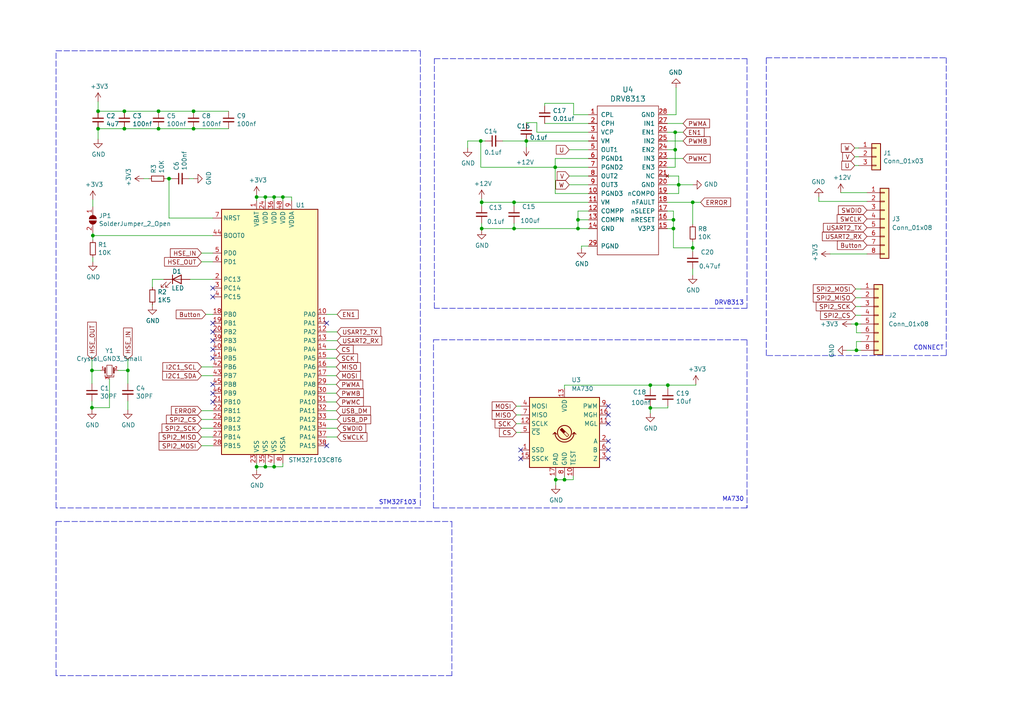
<source format=kicad_sch>
(kicad_sch (version 20211123) (generator eeschema)
  (paper "A4")
  (title_block (title "STM32_FOC") (date "2021-01-19") (rev "V1") (company "Dj140"))
  (lib_symbols
    (symbol "Connector_Generic:Conn_01x03" (pin_names (offset 1.016) hide)
      (property "Reference" "J" (at 0 5.08 0))
      (property "Value" "Conn_01x03" (at 0 -5.08 0))
      (symbol "Conn_01x03_1_1"
        (rectangle (start -1.27 -2.413) (end 0 -2.667) (stroke (width 0.1524)))
        (rectangle (start -1.27 0.127) (end 0 -0.127) (stroke (width 0.1524)))
        (rectangle (start -1.27 2.667) (end 0 2.413) (stroke (width 0.1524)))
        (rectangle (start -1.27 3.81) (end 1.27 -3.81) (stroke (width 0.254)) (fill (type background)))
        (pin passive line (at -5.08 2.54 0) (length 3.81) (name "Pin_1") (number "1"))
        (pin passive line (at -5.08 0 0) (length 3.81) (name "Pin_2") (number "2"))
        (pin passive line (at -5.08 -2.54 0) (length 3.81) (name "Pin_3") (number "3"))
      )
    )
    (symbol "Connector_Generic:Conn_01x08" (pin_names (offset 1.016) hide)
      (property "Reference" "J" (at 0 10.16 0))
      (property "Value" "Conn_01x08" (at 0 -12.7 0))
      (symbol "Conn_01x08_1_1"
        (rectangle (start -1.27 -10.033) (end 0 -10.287) (stroke (width 0.1524)))
        (rectangle (start -1.27 -7.493) (end 0 -7.747) (stroke (width 0.1524)))
        (rectangle (start -1.27 -4.953) (end 0 -5.207) (stroke (width 0.1524)))
        (rectangle (start -1.27 -2.413) (end 0 -2.667) (stroke (width 0.1524)))
        (rectangle (start -1.27 0.127) (end 0 -0.127) (stroke (width 0.1524)))
        (rectangle (start -1.27 2.667) (end 0 2.413) (stroke (width 0.1524)))
        (rectangle (start -1.27 5.207) (end 0 4.953) (stroke (width 0.1524)))
        (rectangle (start -1.27 7.747) (end 0 7.493) (stroke (width 0.1524)))
        (rectangle (start -1.27 8.89) (end 1.27 -11.43) (stroke (width 0.254)) (fill (type background)))
        (pin passive line (at -5.08 7.62 0) (length 3.81) (name "Pin_1") (number "1"))
        (pin passive line (at -5.08 5.08 0) (length 3.81) (name "Pin_2") (number "2"))
        (pin passive line (at -5.08 2.54 0) (length 3.81) (name "Pin_3") (number "3"))
        (pin passive line (at -5.08 0 0) (length 3.81) (name "Pin_4") (number "4"))
        (pin passive line (at -5.08 -2.54 0) (length 3.81) (name "Pin_5") (number "5"))
        (pin passive line (at -5.08 -5.08 0) (length 3.81) (name "Pin_6") (number "6"))
        (pin passive line (at -5.08 -7.62 0) (length 3.81) (name "Pin_7") (number "7"))
        (pin passive line (at -5.08 -10.16 0) (length 3.81) (name "Pin_8") (number "8"))
      )
    )
    (symbol "Device:C_Small" (pin_numbers hide) (pin_names (offset 0.254) hide)
      (property "Reference" "C" (at 0.254 1.778 0))
      (property "Value" "C_Small" (at 0.254 -2.032 0))
      (symbol "C_Small_0_1"
        (polyline (pts (xy -1.524 -0.508) (xy 1.524 -0.508)) (stroke (width 0.3302)))
        (polyline (pts (xy -1.524 0.508) (xy 1.524 0.508)) (stroke (width 0.3048)))
      )
      (symbol "C_Small_1_1"
        (pin passive line (at 0 2.54 270) (length 2.032) (name "~") (number "1"))
        (pin passive line (at 0 -2.54 90) (length 2.032) (name "~") (number "2"))
      )
    )
    (symbol "Device:Crystal_GND3_Small" (pin_names (offset 1.016) hide)
      (property "Reference" "Y" (at 0 5.08 0))
      (property "Value" "Crystal_GND3_Small" (at 0 3.175 0))
      (symbol "Crystal_GND3_Small_0_1"
        (rectangle (start -0.762 -1.524) (end 0.762 1.524))
        (polyline (pts (xy -1.27 -0.762) (xy -1.27 0.762)) (stroke (width 0.381)))
        (polyline (pts (xy 1.27 -0.762) (xy 1.27 0.762)) (stroke (width 0.381)))
        (polyline (pts (xy -1.27 -1.27) (xy -1.27 -1.905) (xy 1.27 -1.905) (xy 1.27 -1.27)))
      )
      (symbol "Crystal_GND3_Small_1_1"
        (pin passive line (at -2.54 0 0) (length 1.27) (name "1") (number "1"))
        (pin passive line (at 2.54 0 180) (length 1.27) (name "2") (number "2"))
        (pin passive line (at 0 -2.54 90) (length 0.635) (name "3") (number "3"))
      )
    )
    (symbol "Device:LED" (pin_numbers hide) (pin_names (offset 1.016) hide)
      (property "Reference" "D" (at 0 2.54 0))
      (property "Value" "LED" (at 0 -2.54 0))
      (symbol "LED_0_1"
        (polyline (pts (xy -1.27 -1.27) (xy -1.27 1.27)) (stroke (width 0.254)))
        (polyline (pts (xy -1.27 0) (xy 1.27 0)))
        (polyline (pts (xy 1.27 -1.27) (xy 1.27 1.27) (xy -1.27 0) (xy 1.27 -1.27)) (stroke (width 0.254)))
        (polyline (pts (xy -3.048 -0.762) (xy -4.572 -2.286) (xy -3.81 -2.286) (xy -4.572 -2.286) (xy -4.572 -1.524)))
        (polyline (pts (xy -1.778 -0.762) (xy -3.302 -2.286) (xy -2.54 -2.286) (xy -3.302 -2.286) (xy -3.302 -1.524)))
      )
      (symbol "LED_1_1"
        (pin passive line (at -3.81 0 0) (length 2.54) (name "K") (number "1"))
        (pin passive line (at 3.81 0 180) (length 2.54) (name "A") (number "2"))
      )
    )
    (symbol "Device:R_Small" (pin_numbers hide) (pin_names (offset 0.254) hide)
      (property "Reference" "R" (at 0.762 0.508 0))
      (property "Value" "R_Small" (at 0.762 -1.016 0))
      (symbol "R_Small_0_1"
        (rectangle (start -0.762 1.778) (end 0.762 -1.778) (stroke (width 0.2032)))
      )
      (symbol "R_Small_1_1"
        (pin passive line (at 0 2.54 270) (length 0.762) (name "~") (number "1"))
        (pin passive line (at 0 -2.54 90) (length 0.762) (name "~") (number "2"))
      )
    )
    (symbol "Jumper:SolderJumper_2_Open" (pin_names (offset 0) hide)
      (property "Reference" "JP" (at 0 2.032 0))
      (property "Value" "SolderJumper_2_Open" (at 0 -2.54 0))
      (symbol "SolderJumper_2_Open_0_1"
        (arc (start -0.254 1.016) (mid -1.27 0) (end -0.254 -1.016))
        (arc (start -0.254 1.016) (mid -1.27 0) (end -0.254 -1.016) (fill (type outline)))
        (polyline (pts (xy -0.254 1.016) (xy -0.254 -1.016)))
        (polyline (pts (xy 0.254 1.016) (xy 0.254 -1.016)))
        (arc (start 0.254 -1.016) (mid 1.27 0) (end 0.254 1.016))
        (arc (start 0.254 -1.016) (mid 1.27 0) (end 0.254 1.016) (fill (type outline)))
      )
      (symbol "SolderJumper_2_Open_1_1"
        (pin passive line (at -3.81 0 0) (length 2.54) (name "A") (number "1"))
        (pin passive line (at 3.81 0 180) (length 2.54) (name "B") (number "2"))
      )
    )
    (symbol "MCU_ST_STM32F1:STM32F103C8Tx"
      (property "Reference" "U" (at -15.24 36.83 0))
      (property "Value" "STM32F103C8Tx" (at 7.62 36.83 0))
      (symbol "STM32F103C8Tx_0_1"
        (rectangle (start -15.24 -35.56) (end 12.7 35.56) (stroke (width 0.254)) (fill (type background)))
      )
      (symbol "STM32F103C8Tx_1_1"
        (pin power_in line (at -5.08 38.1 270) (length 2.54) (name "VBAT") (number "1"))
        (pin bidirectional line (at 15.24 5.08 180) (length 2.54) (name "PA0") (number "10"))
        (pin bidirectional line (at 15.24 2.54 180) (length 2.54) (name "PA1") (number "11"))
        (pin bidirectional line (at 15.24 0 180) (length 2.54) (name "PA2") (number "12"))
        (pin bidirectional line (at 15.24 -2.54 180) (length 2.54) (name "PA3") (number "13"))
        (pin bidirectional line (at 15.24 -5.08 180) (length 2.54) (name "PA4") (number "14"))
        (pin bidirectional line (at 15.24 -7.62 180) (length 2.54) (name "PA5") (number "15"))
        (pin bidirectional line (at 15.24 -10.16 180) (length 2.54) (name "PA6") (number "16"))
        (pin bidirectional line (at 15.24 -12.7 180) (length 2.54) (name "PA7") (number "17"))
        (pin bidirectional line (at -17.78 5.08 0) (length 2.54) (name "PB0") (number "18"))
        (pin bidirectional line (at -17.78 2.54 0) (length 2.54) (name "PB1") (number "19"))
        (pin bidirectional line (at -17.78 15.24 0) (length 2.54) (name "PC13") (number "2"))
        (pin bidirectional line (at -17.78 0 0) (length 2.54) (name "PB2") (number "20"))
        (pin bidirectional line (at -17.78 -20.32 0) (length 2.54) (name "PB10") (number "21"))
        (pin bidirectional line (at -17.78 -22.86 0) (length 2.54) (name "PB11") (number "22"))
        (pin power_in line (at -5.08 -38.1 90) (length 2.54) (name "VSS") (number "23"))
        (pin power_in line (at -2.54 38.1 270) (length 2.54) (name "VDD") (number "24"))
        (pin bidirectional line (at -17.78 -25.4 0) (length 2.54) (name "PB12") (number "25"))
        (pin bidirectional line (at -17.78 -27.94 0) (length 2.54) (name "PB13") (number "26"))
        (pin bidirectional line (at -17.78 -30.48 0) (length 2.54) (name "PB14") (number "27"))
        (pin bidirectional line (at -17.78 -33.02 0) (length 2.54) (name "PB15") (number "28"))
        (pin bidirectional line (at 15.24 -15.24 180) (length 2.54) (name "PA8") (number "29"))
        (pin bidirectional line (at -17.78 12.7 0) (length 2.54) (name "PC14") (number "3"))
        (pin bidirectional line (at 15.24 -17.78 180) (length 2.54) (name "PA9") (number "30"))
        (pin bidirectional line (at 15.24 -20.32 180) (length 2.54) (name "PA10") (number "31"))
        (pin bidirectional line (at 15.24 -22.86 180) (length 2.54) (name "PA11") (number "32"))
        (pin bidirectional line (at 15.24 -25.4 180) (length 2.54) (name "PA12") (number "33"))
        (pin bidirectional line (at 15.24 -27.94 180) (length 2.54) (name "PA13") (number "34"))
        (pin power_in line (at -2.54 -38.1 90) (length 2.54) (name "VSS") (number "35"))
        (pin power_in line (at 0 38.1 270) (length 2.54) (name "VDD") (number "36"))
        (pin bidirectional line (at 15.24 -30.48 180) (length 2.54) (name "PA14") (number "37"))
        (pin bidirectional line (at 15.24 -33.02 180) (length 2.54) (name "PA15") (number "38"))
        (pin bidirectional line (at -17.78 -2.54 0) (length 2.54) (name "PB3") (number "39"))
        (pin bidirectional line (at -17.78 10.16 0) (length 2.54) (name "PC15") (number "4"))
        (pin bidirectional line (at -17.78 -5.08 0) (length 2.54) (name "PB4") (number "40"))
        (pin bidirectional line (at -17.78 -7.62 0) (length 2.54) (name "PB5") (number "41"))
        (pin bidirectional line (at -17.78 -10.16 0) (length 2.54) (name "PB6") (number "42"))
        (pin bidirectional line (at -17.78 -12.7 0) (length 2.54) (name "PB7") (number "43"))
        (pin input line (at -17.78 27.94 0) (length 2.54) (name "BOOT0") (number "44"))
        (pin bidirectional line (at -17.78 -15.24 0) (length 2.54) (name "PB8") (number "45"))
        (pin bidirectional line (at -17.78 -17.78 0) (length 2.54) (name "PB9") (number "46"))
        (pin power_in line (at 0 -38.1 90) (length 2.54) (name "VSS") (number "47"))
        (pin power_in line (at 2.54 38.1 270) (length 2.54) (name "VDD") (number "48"))
        (pin input line (at -17.78 22.86 0) (length 2.54) (name "PD0") (number "5"))
        (pin input line (at -17.78 20.32 0) (length 2.54) (name "PD1") (number "6"))
        (pin input line (at -17.78 33.02 0) (length 2.54) (name "NRST") (number "7"))
        (pin power_in line (at 2.54 -38.1 90) (length 2.54) (name "VSSA") (number "8"))
        (pin power_in line (at 5.08 38.1 270) (length 2.54) (name "VDDA") (number "9"))
      )
    )
    (symbol "Sensor_Magnetic:MA730"
      (property "Reference" "U" (at -10.16 11.43 0))
      (property "Value" "MA730" (at 10.16 11.43 0))
      (symbol "MA730_0_1"
        (rectangle (start -10.16 10.16) (end 10.16 -10.16) (stroke (width 0.254)) (fill (type background)))
        (arc (start -2.794 0) (mid 0 -2.794) (end 2.794 0) (stroke (width 0.254)))
        (polyline (pts (xy -2.794 0) (xy -3.302 -0.508)) (stroke (width 0.254)))
        (polyline (pts (xy -2.794 0) (xy -2.286 -0.508)) (stroke (width 0.254)))
        (polyline (pts (xy 2.794 0) (xy 2.286 -0.508)) (stroke (width 0.254)))
        (polyline (pts (xy 2.794 0) (xy 3.302 -0.508)) (stroke (width 0.254)))
      )
      (symbol "MA730_1_1"
        (polyline (pts (xy 0.254 0.254) (xy 1.27 -0.762) (xy 0.762 -1.27) (xy -0.254 -0.254)))
        (polyline (pts (xy -0.762 1.27) (xy 0.254 0.254) (xy -0.254 -0.254) (xy -1.27 0.762) (xy -1.016 1.016) (xy -0.762 1.27) (xy -0.635 1.143)) (fill (type outline)))
        (circle (center 0 0) (radius 2.032) (stroke (width 0.254)))
        (pin output line (at -12.7 -5.08 0) (length 2.54) (name "SSD") (number "1"))
        (pin passive line (at 2.54 -12.7 90) (length 2.54) (name "TEST") (number "10"))
        (pin output line (at 12.7 2.54 180) (length 2.54) (name "MGL") (number "11"))
        (pin input line (at -12.7 2.54 0) (length 2.54) (name "SCLK") (number "12"))
        (pin power_in line (at 0 12.7 270) (length 2.54) (name "VDD") (number "13"))
        (pin no_connect line (at 5.08 -10.16 90) (length 2.54) hide (name "NC") (number "14"))
        (pin input line (at -12.7 -7.62 0) (length 2.54) (name "SSCK") (number "15"))
        (pin output line (at 12.7 5.08 180) (length 2.54) (name "MGH") (number "16"))
        (pin input line (at -2.54 -12.7 90) (length 2.54) (name "PAD") (number "17"))
        (pin output line (at 12.7 -2.54 180) (length 2.54) (name "A") (number "2"))
        (pin output line (at 12.7 -7.62 180) (length 2.54) (name "Z") (number "3"))
        (pin input line (at -12.7 7.62 0) (length 2.54) (name "MOSI") (number "4"))
        (pin input line (at -12.7 0 0) (length 2.54) (name "~{CS}") (number "5"))
        (pin output line (at 12.7 -5.08 180) (length 2.54) (name "B") (number "6"))
        (pin output line (at -12.7 5.08 0) (length 2.54) (name "MISO") (number "7"))
        (pin power_in line (at 0 -12.7 90) (length 2.54) (name "GND") (number "8"))
        (pin output line (at 12.7 7.62 180) (length 2.54) (name "PWM") (number "9"))
      )
    )
    (symbol "SquantorTexasInstruments:DRV8313" (pin_names (offset 1.016))
      (property "Reference" "U" (at 0 22.86 0))
      (property "Value" "SquantorTexasInstruments_DRV8313" (at 0 -22.86 0))
      (symbol "DRV8313_0_1"
        (rectangle (start -8.89 21.59) (end 8.89 -21.59))
      )
      (symbol "DRV8313_1_1"
        (pin passive line (at -11.43 19.05 0) (length 2.54) (name "CPL") (number "1"))
        (pin power_in line (at -11.43 -3.81 0) (length 2.54) (name "PGND3") (number "10"))
        (pin power_in line (at -11.43 -6.35 0) (length 2.54) (name "VM") (number "11"))
        (pin input line (at -11.43 -8.89 0) (length 2.54) (name "COMPP") (number "12"))
        (pin input line (at -11.43 -11.43 0) (length 2.54) (name "COMPN") (number "13"))
        (pin input line (at -11.43 -13.97 0) (length 2.54) (name "GND") (number "14"))
        (pin power_out line (at 11.43 -13.97 180) (length 2.54) (name "V3P3") (number "15"))
        (pin input line (at 11.43 -11.43 180) (length 2.54) (name "nRESET") (number "16"))
        (pin input line (at 11.43 -8.89 180) (length 2.54) (name "nSLEEP") (number "17"))
        (pin open_collector line (at 11.43 -6.35 180) (length 2.54) (name "nFAULT") (number "18"))
        (pin open_collector line (at 11.43 -3.81 180) (length 2.54) (name "nCOMPO") (number "19"))
        (pin passive line (at -11.43 16.51 0) (length 2.54) (name "CPH") (number "2"))
        (pin power_in line (at 11.43 -1.27 180) (length 2.54) (name "GND") (number "20"))
        (pin no_connect line (at 11.43 1.27 180) (length 2.54) (name "NC") (number "21"))
        (pin input line (at 11.43 3.81 180) (length 2.54) (name "EN3") (number "22"))
        (pin input line (at 11.43 6.35 180) (length 2.54) (name "IN3") (number "23"))
        (pin input line (at 11.43 8.89 180) (length 2.54) (name "EN2") (number "24"))
        (pin input line (at 11.43 11.43 180) (length 2.54) (name "IN2") (number "25"))
        (pin input line (at 11.43 13.97 180) (length 2.54) (name "EN1") (number "26"))
        (pin input line (at 11.43 16.51 180) (length 2.54) (name "IN1") (number "27"))
        (pin power_in line (at 11.43 19.05 180) (length 2.54) (name "GND") (number "28"))
        (pin input line (at -11.43 -19.05 0) (length 2.54) (name "PGND") (number "29"))
        (pin passive line (at -11.43 13.97 0) (length 2.54) (name "VCP") (number "3"))
        (pin power_in line (at -11.43 11.43 0) (length 2.54) (name "VM") (number "4"))
        (pin output line (at -11.43 8.89 0) (length 2.54) (name "OUT1") (number "5"))
        (pin power_in line (at -11.43 6.35 0) (length 2.54) (name "PGND1") (number "6"))
        (pin power_in line (at -11.43 3.81 0) (length 2.54) (name "PGND2") (number "7"))
        (pin output line (at -11.43 1.27 0) (length 2.54) (name "OUT2") (number "8"))
        (pin output line (at -11.43 -1.27 0) (length 2.54) (name "OUT3") (number "9"))
      )
    )
    (symbol "power:+12V" (power) (pin_names (offset 0))
      (property "Value" "+12V" (at 0 3.556 0))
      (symbol "+12V_0_1"
        (polyline (pts (xy -0.762 1.27) (xy 0 2.54)))
        (polyline (pts (xy 0 0) (xy 0 2.54)))
        (polyline (pts (xy 0 2.54) (xy 0.762 1.27)))
      )
      (symbol "+12V_1_1"
        (pin power_in line (at 0 0 90) (length 0) hide (name "+12V") (number "1"))
      )
    )
    (symbol "power:+3.3V" (power) (pin_names (offset 0))
      (property "Value" "+3.3V" (at 0 3.556 0))
      (symbol "+3.3V_0_1"
        (polyline (pts (xy -0.762 1.27) (xy 0 2.54)))
        (polyline (pts (xy 0 0) (xy 0 2.54)))
        (polyline (pts (xy 0 2.54) (xy 0.762 1.27)))
      )
      (symbol "+3.3V_1_1"
        (pin power_in line (at 0 0 90) (length 0) hide (name "+3V3") (number "1"))
      )
    )
    (symbol "power:GND" (power) (pin_names (offset 0))
      (property "Value" "GND" (at 0 -3.81 0))
      (symbol "GND_0_1"
        (polyline (pts (xy 0 0) (xy 0 -1.27) (xy 1.27 -1.27) (xy 0 -2.54) (xy -1.27 -1.27) (xy 0 -1.27)))
      )
      (symbol "GND_1_1"
        (pin power_in line (at 0 0 270) (length 0) hide (name "GND") (number "1"))
      )
    )
  )
  (junction (at 28.448 37.338))
  (junction (at 45.974 32.258))
  (junction (at 195.326 66.294))
  (junction (at 195.834 38.354))
  (junction (at 167.64 63.754))
  (junction (at 79.502 57.15))
  (junction (at 36.068 32.258))
  (junction (at 193.7004 111.7092))
  (junction (at 139.446 40.894))
  (junction (at 74.422 135.382))
  (junction (at 26.67 118.237))
  (junction (at 139.7 58.674))
  (junction (at 248.412 101.6))
  (junction (at 200.914 71.882))
  (junction (at 26.67 107.442))
  (junction (at 195.326 63.754))
  (junction (at 28.448 32.258))
  (junction (at 74.422 57.15))
  (junction (at 152.654 40.894))
  (junction (at 45.974 37.338))
  (junction (at 139.7 66.294))
  (junction (at 76.962 135.382))
  (junction (at 82.042 57.15))
  (junction (at 36.068 37.338))
  (junction (at 79.502 135.382))
  (junction (at 149.098 58.674))
  (junction (at 196.85 53.594))
  (junction (at 188.6204 111.7092))
  (junction (at 56.134 32.258))
  (junction (at 167.64 66.294))
  (junction (at 195.834 43.434))
  (junction (at 49.022 51.816))
  (junction (at 248.412 93.98))
  (junction (at 161.036 48.514))
  (junction (at 200.914 58.674))
  (junction (at 149.098 66.294))
  (junction (at 163.7284 139.1412))
  (junction (at 188.6204 118.3132))
  (junction (at 37.084 107.442))
  (junction (at 56.134 37.338))
  (junction (at 76.962 57.15))
  (junction (at 161.1884 139.1412))
  (junction (at 26.924 68.326))
  (no_connect (at 94.742 129.286))
  (no_connect (at 176.4284 127.9652))
  (no_connect (at 61.722 96.266))
  (no_connect (at 61.722 93.726))
  (no_connect (at 176.4284 122.8852))
  (no_connect (at 61.722 116.586))
  (no_connect (at 61.722 98.806))
  (no_connect (at 151.0284 130.5052))
  (no_connect (at 176.4284 117.8052))
  (no_connect (at 151.0284 133.0452))
  (no_connect (at 61.722 114.046))
  (no_connect (at 94.742 93.726))
  (no_connect (at 176.4284 133.0452))
  (no_connect (at 176.4284 130.5052))
  (no_connect (at 61.722 101.346))
  (no_connect (at 61.722 86.106))
  (no_connect (at 61.722 83.566))
  (no_connect (at 176.4284 120.3452))
  (no_connect (at 61.722 111.506))
  (no_connect (at 61.722 103.886))
  (wire (pts (xy 170.688 33.274) (xy 166.37 33.274)))
  (wire (pts (xy 161.036 48.514) (xy 161.036 56.134)))
  (wire (pts (xy 74.422 135.382) (xy 74.422 134.366)))
  (wire (pts (xy 188.6204 117.8052) (xy 188.6204 118.3132)))
  (wire (pts (xy 36.068 37.338) (xy 28.448 37.338)))
  (wire (pts (xy 166.2684 138.1252) (xy 166.2684 139.1412)))
  (wire (pts (xy 161.036 56.134) (xy 170.688 56.134)))
  (wire (pts (xy 149.098 66.294) (xy 139.7 66.294)))
  (wire (pts (xy 58.42 108.966) (xy 61.722 108.966)))
  (wire (pts (xy 97.79 98.806) (xy 94.742 98.806)))
  (polyline (pts (xy 125.73 98.552) (xy 216.662 98.552)))
  (wire (pts (xy 151.0284 125.4252) (xy 149.7584 125.4252)))
  (wire (pts (xy 82.042 135.382) (xy 79.502 135.382)))
  (wire (pts (xy 193.548 43.434) (xy 195.834 43.434)))
  (wire (pts (xy 94.742 124.206) (xy 97.79 124.206)))
  (wire (pts (xy 55.118 81.026) (xy 61.722 81.026)))
  (wire (pts (xy 243.84 55.88) (xy 251.46 55.88)))
  (wire (pts (xy 139.7 66.294) (xy 139.7 64.77)))
  (polyline (pts (xy 16.256 14.732) (xy 121.92 14.732)))
  (wire (pts (xy 157.988 29.972) (xy 157.988 30.734)))
  (wire (pts (xy 152.654 40.894) (xy 145.796 40.894)))
  (wire (pts (xy 149.098 58.674) (xy 149.098 59.69)))
  (wire (pts (xy 74.422 58.166) (xy 74.422 57.15)))
  (wire (pts (xy 74.422 136.398) (xy 74.422 135.382)))
  (wire (pts (xy 49.784 51.816) (xy 49.022 51.816)))
  (wire (pts (xy 193.548 51.054) (xy 196.85 51.054)))
  (wire (pts (xy 82.042 58.166) (xy 82.042 57.15)))
  (wire (pts (xy 149.098 66.294) (xy 149.098 64.77)))
  (wire (pts (xy 139.7 66.802) (xy 139.7 66.294)))
  (wire (pts (xy 247.904 48.006) (xy 249.047 48.006)))
  (wire (pts (xy 248.412 101.6) (xy 249.682 101.6)))
  (wire (pts (xy 198.12 45.974) (xy 193.548 45.974)))
  (wire (pts (xy 26.67 118.872) (xy 26.67 118.237)))
  (wire (pts (xy 49.022 51.816) (xy 48.26 51.816)))
  (wire (pts (xy 249.682 91.44) (xy 248.158 91.44)))
  (wire (pts (xy 193.548 56.134) (xy 196.85 56.134)))
  (wire (pts (xy 200.914 79.756) (xy 200.914 77.978)))
  (wire (pts (xy 26.924 68.326) (xy 61.722 68.326)))
  (wire (pts (xy 94.742 103.886) (xy 97.536 103.886)))
  (wire (pts (xy 237.49 58.42) (xy 251.46 58.42)))
  (wire (pts (xy 193.548 58.674) (xy 200.914 58.674)))
  (wire (pts (xy 36.068 32.258) (xy 28.448 32.258)))
  (wire (pts (xy 26.67 107.442) (xy 26.67 111.252)))
  (wire (pts (xy 166.2684 139.1412) (xy 163.7284 139.1412)))
  (polyline (pts (xy 216.662 89.408) (xy 125.984 89.408)))
  (wire (pts (xy 26.924 68.326) (xy 26.924 69.596)))
  (wire (pts (xy 56.134 51.816) (xy 54.864 51.816)))
  (wire (pts (xy 97.536 114.046) (xy 94.742 114.046)))
  (wire (pts (xy 84.582 57.15) (xy 82.042 57.15)))
  (wire (pts (xy 196.85 53.594) (xy 196.85 56.134)))
  (wire (pts (xy 170.688 71.374) (xy 168.656 71.374)))
  (wire (pts (xy 246.888 93.98) (xy 248.412 93.98)))
  (wire (pts (xy 26.924 74.676) (xy 26.924 75.946)))
  (wire (pts (xy 249.682 83.82) (xy 248.158 83.82)))
  (wire (pts (xy 161.036 45.974) (xy 161.036 48.514)))
  (wire (pts (xy 195.834 48.514) (xy 195.834 43.434)))
  (wire (pts (xy 247.904 42.926) (xy 249.047 42.926)))
  (wire (pts (xy 167.64 63.754) (xy 167.64 66.294)))
  (wire (pts (xy 45.974 32.258) (xy 56.134 32.258)))
  (wire (pts (xy 152.654 42.672) (xy 152.654 40.894)))
  (wire (pts (xy 201.8284 111.7092) (xy 201.8284 111.4552)))
  (wire (pts (xy 139.446 48.514) (xy 139.446 40.894)))
  (wire (pts (xy 163.7284 111.7092) (xy 188.6204 111.7092)))
  (wire (pts (xy 196.85 53.594) (xy 200.914 53.594)))
  (wire (pts (xy 193.7004 117.8052) (xy 193.7004 118.3132)))
  (wire (pts (xy 198.12 40.894) (xy 193.548 40.894)))
  (wire (pts (xy 82.042 57.15) (xy 79.502 57.15)))
  (wire (pts (xy 245.618 101.6) (xy 248.412 101.6)))
  (wire (pts (xy 45.974 37.338) (xy 36.068 37.338)))
  (wire (pts (xy 166.37 33.274) (xy 166.37 29.972)))
  (wire (pts (xy 198.12 35.814) (xy 193.548 35.814)))
  (wire (pts (xy 166.37 29.972) (xy 157.988 29.972)))
  (wire (pts (xy 170.688 51.054) (xy 165.1 51.054)))
  (polyline (pts (xy 131.064 151.257) (xy 131.064 195.961)))
  (polyline (pts (xy 274.447 103.124) (xy 222.25 103.124)))
  (wire (pts (xy 26.924 67.564) (xy 26.924 68.326)))
  (wire (pts (xy 56.134 37.338) (xy 66.294 37.338)))
  (wire (pts (xy 249.682 96.52) (xy 248.412 96.52)))
  (wire (pts (xy 196.088 25.4) (xy 196.088 33.274)))
  (wire (pts (xy 28.448 29.464) (xy 28.448 32.258)))
  (wire (pts (xy 58.42 75.946) (xy 61.722 75.946)))
  (wire (pts (xy 240.792 73.66) (xy 251.46 73.66)))
  (wire (pts (xy 155.702 35.56) (xy 152.654 35.56)))
  (wire (pts (xy 58.42 129.286) (xy 61.722 129.286)))
  (wire (pts (xy 139.7 58.674) (xy 139.7 59.69)))
  (wire (pts (xy 84.582 58.166) (xy 84.582 57.15)))
  (wire (pts (xy 26.67 107.442) (xy 26.67 104.14)))
  (polyline (pts (xy 222.25 16.764) (xy 274.447 16.764)))
  (wire (pts (xy 26.924 57.912) (xy 26.924 59.944)))
  (wire (pts (xy 59.69 91.186) (xy 61.722 91.186)))
  (wire (pts (xy 170.688 38.354) (xy 155.702 38.354)))
  (wire (pts (xy 76.962 135.382) (xy 79.502 135.382)))
  (wire (pts (xy 58.42 124.206) (xy 61.722 124.206)))
  (polyline (pts (xy 125.984 17.018) (xy 216.662 17.018)))
  (wire (pts (xy 74.422 135.382) (xy 76.962 135.382)))
  (wire (pts (xy 26.67 107.442) (xy 29.21 107.442)))
  (wire (pts (xy 97.536 111.506) (xy 94.742 111.506)))
  (wire (pts (xy 66.294 32.258) (xy 56.134 32.258)))
  (wire (pts (xy 44.196 88.646) (xy 44.196 88.392)))
  (wire (pts (xy 151.0284 122.8852) (xy 149.7584 122.8852)))
  (wire (pts (xy 193.548 61.214) (xy 195.326 61.214)))
  (polyline (pts (xy 216.662 147.32) (xy 216.662 146.558)))
  (wire (pts (xy 193.7004 118.3132) (xy 188.6204 118.3132)))
  (wire (pts (xy 97.79 96.266) (xy 94.742 96.266)))
  (wire (pts (xy 237.49 58.42) (xy 237.49 57.15)))
  (wire (pts (xy 193.548 53.594) (xy 196.85 53.594)))
  (wire (pts (xy 161.1884 138.1252) (xy 161.1884 139.1412)))
  (wire (pts (xy 195.326 66.294) (xy 195.326 71.882)))
  (wire (pts (xy 49.022 63.246) (xy 61.722 63.246)))
  (polyline (pts (xy 131.064 195.961) (xy 16.256 195.961)))
  (polyline (pts (xy 125.984 89.408) (xy 125.984 17.018)))
  (wire (pts (xy 188.6204 118.3132) (xy 188.6204 119.8372)))
  (wire (pts (xy 36.068 32.258) (xy 45.974 32.258)))
  (wire (pts (xy 58.42 73.406) (xy 61.722 73.406)))
  (wire (pts (xy 195.326 61.214) (xy 195.326 63.754)))
  (wire (pts (xy 31.75 109.982) (xy 31.75 118.237)))
  (wire (pts (xy 97.536 101.346) (xy 94.742 101.346)))
  (wire (pts (xy 170.688 45.974) (xy 161.036 45.974)))
  (wire (pts (xy 161.036 48.514) (xy 139.446 48.514)))
  (wire (pts (xy 249.682 88.9) (xy 248.158 88.9)))
  (wire (pts (xy 165.1 53.594) (xy 170.688 53.594)))
  (wire (pts (xy 195.326 66.294) (xy 193.548 66.294)))
  (wire (pts (xy 58.42 121.666) (xy 61.722 121.666)))
  (polyline (pts (xy 16.256 195.961) (xy 16.256 151.257)))
  (polyline (pts (xy 16.256 151.257) (xy 131.064 151.257)))
  (wire (pts (xy 168.656 71.374) (xy 168.656 72.136)))
  (wire (pts (xy 161.1884 139.1412) (xy 161.1884 140.6652)))
  (wire (pts (xy 97.536 108.966) (xy 94.742 108.966)))
  (wire (pts (xy 58.42 106.426) (xy 61.722 106.426)))
  (wire (pts (xy 139.7 58.674) (xy 139.7 57.658)))
  (wire (pts (xy 37.084 107.442) (xy 37.084 104.14)))
  (wire (pts (xy 200.914 71.882) (xy 200.914 72.898)))
  (wire (pts (xy 248.412 93.98) (xy 249.682 93.98)))
  (wire (pts (xy 79.502 57.15) (xy 76.962 57.15)))
  (wire (pts (xy 193.548 38.354) (xy 195.834 38.354)))
  (wire (pts (xy 76.962 134.366) (xy 76.962 135.382)))
  (wire (pts (xy 58.42 119.126) (xy 61.722 119.126)))
  (wire (pts (xy 49.022 63.246) (xy 49.022 51.816)))
  (wire (pts (xy 163.7284 138.1252) (xy 163.7284 139.1412)))
  (wire (pts (xy 135.636 40.894) (xy 135.636 42.926)))
  (wire (pts (xy 163.7284 139.1412) (xy 161.1884 139.1412)))
  (wire (pts (xy 82.042 134.366) (xy 82.042 135.382)))
  (wire (pts (xy 170.688 63.754) (xy 167.64 63.754)))
  (wire (pts (xy 249.682 99.06) (xy 248.412 99.06)))
  (wire (pts (xy 139.446 40.894) (xy 135.636 40.894)))
  (wire (pts (xy 188.6204 111.7092) (xy 188.6204 112.7252)))
  (polyline (pts (xy 274.447 16.764) (xy 274.447 103.124)))
  (wire (pts (xy 195.326 63.754) (xy 195.326 66.294)))
  (wire (pts (xy 152.654 40.894) (xy 170.688 40.894)))
  (wire (pts (xy 188.6204 111.7092) (xy 193.7004 111.7092)))
  (wire (pts (xy 196.088 33.274) (xy 193.548 33.274)))
  (wire (pts (xy 37.084 107.442) (xy 37.084 111.252)))
  (wire (pts (xy 249.682 86.36) (xy 248.158 86.36)))
  (wire (pts (xy 94.742 119.126) (xy 97.536 119.126)))
  (wire (pts (xy 28.448 37.338) (xy 28.448 40.386)))
  (polyline (pts (xy 125.73 147.32) (xy 125.73 98.552)))
  (wire (pts (xy 195.834 43.434) (xy 195.834 38.354)))
  (wire (pts (xy 44.196 81.026) (xy 47.498 81.026)))
  (wire (pts (xy 167.64 66.294) (xy 170.688 66.294)))
  (wire (pts (xy 167.64 66.294) (xy 149.098 66.294)))
  (wire (pts (xy 94.742 106.426) (xy 97.536 106.426)))
  (wire (pts (xy 248.412 96.52) (xy 248.412 93.98)))
  (wire (pts (xy 170.688 48.514) (xy 161.036 48.514)))
  (polyline (pts (xy 216.662 98.552) (xy 216.662 147.32)))
  (wire (pts (xy 151.0284 120.3452) (xy 149.7584 120.3452)))
  (wire (pts (xy 79.502 134.366) (xy 79.502 135.382)))
  (wire (pts (xy 56.134 37.338) (xy 45.974 37.338)))
  (polyline (pts (xy 216.662 17.018) (xy 216.662 89.408)))
  (polyline (pts (xy 16.256 147.32) (xy 16.256 14.732)))
  (wire (pts (xy 34.29 107.442) (xy 37.084 107.442)))
  (wire (pts (xy 79.502 58.166) (xy 79.502 57.15)))
  (wire (pts (xy 170.688 61.214) (xy 167.64 61.214)))
  (wire (pts (xy 247.904 45.466) (xy 249.047 45.466)))
  (wire (pts (xy 195.834 38.354) (xy 198.12 38.354)))
  (wire (pts (xy 149.098 58.674) (xy 139.7 58.674)))
  (wire (pts (xy 41.656 51.816) (xy 43.18 51.816)))
  (wire (pts (xy 170.688 43.434) (xy 165.1 43.434)))
  (wire (pts (xy 200.914 58.674) (xy 203.2 58.674)))
  (polyline (pts (xy 121.92 147.32) (xy 16.256 147.32)))
  (wire (pts (xy 152.654 35.56) (xy 152.654 35.814)))
  (wire (pts (xy 201.8284 111.7092) (xy 193.7004 111.7092)))
  (wire (pts (xy 76.962 58.166) (xy 76.962 57.15)))
  (polyline (pts (xy 222.25 103.124) (xy 222.25 16.764)))
  (wire (pts (xy 193.7004 111.7092) (xy 193.7004 112.7252)))
  (wire (pts (xy 163.7284 112.7252) (xy 163.7284 111.7092)))
  (wire (pts (xy 61.722 126.746) (xy 58.42 126.746)))
  (wire (pts (xy 193.548 63.754) (xy 195.326 63.754)))
  (wire (pts (xy 44.196 81.026) (xy 44.196 83.312)))
  (wire (pts (xy 31.75 118.237) (xy 26.67 118.237)))
  (wire (pts (xy 26.67 118.237) (xy 26.67 116.332)))
  (wire (pts (xy 76.962 57.15) (xy 74.422 57.15)))
  (wire (pts (xy 155.702 38.354) (xy 155.702 35.56)))
  (wire (pts (xy 195.326 71.882) (xy 200.914 71.882)))
  (wire (pts (xy 97.79 121.666) (xy 94.742 121.666)))
  (wire (pts (xy 74.422 57.15) (xy 74.422 56.642)))
  (wire (pts (xy 140.716 40.894) (xy 139.446 40.894)))
  (wire (pts (xy 170.688 58.674) (xy 149.098 58.674)))
  (polyline (pts (xy 125.73 147.32) (xy 216.662 147.32)))
  (wire (pts (xy 151.0284 117.8052) (xy 149.7584 117.8052)))
  (wire (pts (xy 248.412 99.06) (xy 248.412 101.6)))
  (wire (pts (xy 94.742 126.746) (xy 97.79 126.746)))
  (wire (pts (xy 94.742 116.586) (xy 97.536 116.586)))
  (wire (pts (xy 94.742 91.186) (xy 97.79 91.186)))
  (polyline (pts (xy 121.92 14.732) (xy 121.92 147.32)))
  (wire (pts (xy 37.084 118.872) (xy 37.084 116.332)))
  (wire (pts (xy 196.85 51.054) (xy 196.85 53.594)))
  (wire (pts (xy 200.914 65.024) (xy 200.914 58.674)))
  (wire (pts (xy 200.914 70.104) (xy 200.914 71.882)))
  (wire (pts (xy 193.548 48.514) (xy 195.834 48.514)))
  (wire (pts (xy 167.64 61.214) (xy 167.64 63.754)))
  (wire (pts (xy 170.688 35.814) (xy 157.988 35.814)))
  (text "MA730" (at 209.4484 145.5928 0) (effects (font (size 1.27 1.27)) (justify left bottom)))
  (text "STM32F103" (at 109.855 146.558 0) (effects (font (size 1.27 1.27)) (justify left bottom)))
  (text "CONNECT" (at 264.922 101.727 0) (effects (font (size 1.27 1.27)) (justify left bottom)))
  (text "DRV8313\n" (at 207.137 88.646 0) (effects (font (size 1.27 1.27)) (justify left bottom)))
  (global_label "MISO" (shape input) (at 97.536 106.426 0) (property "Intersheet References" "${INTERSHEET_REFS}" (effects hide)))
  (global_label "HSE_IN" (shape input) (at 37.084 104.14 90) (property "Intersheet References" "${INTERSHEET_REFS}" (effects hide)))
  (global_label "MOSI" (shape input) (at 97.536 108.966 0) (property "Intersheet References" "${INTERSHEET_REFS}" (effects hide)))
  (global_label "SCK" (shape input) (at 149.7584 122.8852 180) (property "Intersheet References" "${INTERSHEET_REFS}" (effects hide)))
  (global_label "I2C1_SCL" (shape input) (at 58.42 106.426 180) (property "Intersheet References" "${INTERSHEET_REFS}" (effects hide)))
  (global_label "CS" (shape input) (at 97.536 101.346 0) (property "Intersheet References" "${INTERSHEET_REFS}" (effects hide)))
  (global_label "PWMA" (shape input) (at 198.12 35.814 0) (property "Intersheet References" "${INTERSHEET_REFS}" (effects hide)))
  (global_label "SWCLK" (shape input) (at 97.79 126.746 0) (property "Intersheet References" "${INTERSHEET_REFS}" (effects hide)))
  (global_label "USART2_RX" (shape input) (at 251.46 68.58 180) (property "Intersheet References" "${INTERSHEET_REFS}" (effects hide)))
  (global_label "ERROR" (shape input) (at 203.2 58.674 0) (property "Intersheet References" "${INTERSHEET_REFS}" (effects hide)))
  (global_label "PWMA" (shape input) (at 97.536 111.506 0) (property "Intersheet References" "${INTERSHEET_REFS}" (effects hide)))
  (global_label "U" (shape input) (at 247.904 48.006 180) (property "Intersheet References" "${INTERSHEET_REFS}" (effects hide)))
  (global_label "SPI2_MOSI" (shape input) (at 248.158 83.82 180) (property "Intersheet References" "${INTERSHEET_REFS}" (effects hide)))
  (global_label "EN1" (shape input) (at 198.12 38.354 0) (property "Intersheet References" "${INTERSHEET_REFS}" (effects hide)))
  (global_label "V" (shape input) (at 165.1 51.054 180) (property "Intersheet References" "${INTERSHEET_REFS}" (effects hide)))
  (global_label "Button" (shape input) (at 251.46 71.12 180) (property "Intersheet References" "${INTERSHEET_REFS}" (effects hide)))
  (global_label "PWMC" (shape input) (at 97.536 116.586 0) (property "Intersheet References" "${INTERSHEET_REFS}" (effects hide)))
  (global_label "SPI2_MOSI" (shape input) (at 58.42 129.286 180) (property "Intersheet References" "${INTERSHEET_REFS}" (effects hide)))
  (global_label "PWMB" (shape input) (at 198.12 40.894 0) (property "Intersheet References" "${INTERSHEET_REFS}" (effects hide)))
  (global_label "USART2_RX" (shape input) (at 97.79 98.806 0) (property "Intersheet References" "${INTERSHEET_REFS}" (effects hide)))
  (global_label "HSE_OUT" (shape input) (at 58.42 75.946 180) (property "Intersheet References" "${INTERSHEET_REFS}" (effects hide)))
  (global_label "HSE_OUT" (shape input) (at 26.67 104.14 90) (property "Intersheet References" "${INTERSHEET_REFS}" (effects hide)))
  (global_label "SCK" (shape input) (at 97.536 103.886 0) (property "Intersheet References" "${INTERSHEET_REFS}" (effects hide)))
  (global_label "V" (shape input) (at 247.904 45.466 180) (property "Intersheet References" "${INTERSHEET_REFS}" (effects hide)))
  (global_label "EN1" (shape input) (at 97.79 91.186 0) (property "Intersheet References" "${INTERSHEET_REFS}" (effects hide)))
  (global_label "Button" (shape input) (at 59.69 91.186 180) (property "Intersheet References" "${INTERSHEET_REFS}" (effects hide)))
  (global_label "USART2_TX" (shape input) (at 251.46 66.04 180) (property "Intersheet References" "${INTERSHEET_REFS}" (effects hide)))
  (global_label "I2C1_SDA" (shape input) (at 58.42 108.966 180) (property "Intersheet References" "${INTERSHEET_REFS}" (effects hide)))
  (global_label "SPI2_CS" (shape input) (at 58.42 121.666 180) (property "Intersheet References" "${INTERSHEET_REFS}" (effects hide)))
  (global_label "USB_DM" (shape input) (at 97.536 119.126 0) (property "Intersheet References" "${INTERSHEET_REFS}" (effects hide)))
  (global_label "SWCLK" (shape input) (at 251.46 63.5 180) (property "Intersheet References" "${INTERSHEET_REFS}" (effects hide)))
  (global_label "PWMC" (shape input) (at 198.12 45.974 0) (property "Intersheet References" "${INTERSHEET_REFS}" (effects hide)))
  (global_label "SPI2_MISO" (shape input) (at 248.158 86.36 180) (property "Intersheet References" "${INTERSHEET_REFS}" (effects hide)))
  (global_label "SPI2_SCK" (shape input) (at 248.158 88.9 180) (property "Intersheet References" "${INTERSHEET_REFS}" (effects hide)))
  (global_label "W" (shape input) (at 247.904 42.926 180) (property "Intersheet References" "${INTERSHEET_REFS}" (effects hide)))
  (global_label "USART2_TX" (shape input) (at 97.79 96.266 0) (property "Intersheet References" "${INTERSHEET_REFS}" (effects hide)))
  (global_label "U" (shape input) (at 165.1 43.434 180) (property "Intersheet References" "${INTERSHEET_REFS}" (effects hide)))
  (global_label "USB_DP" (shape input) (at 97.79 121.666 0) (property "Intersheet References" "${INTERSHEET_REFS}" (effects hide)))
  (global_label "HSE_IN" (shape input) (at 58.42 73.406 180) (property "Intersheet References" "${INTERSHEET_REFS}" (effects hide)))
  (global_label "SPI2_CS" (shape input) (at 248.158 91.44 180) (property "Intersheet References" "${INTERSHEET_REFS}" (effects hide)))
  (global_label "MOSI" (shape input) (at 149.7584 117.8052 180) (property "Intersheet References" "${INTERSHEET_REFS}" (effects hide)))
  (global_label "CS" (shape input) (at 149.7584 125.4252 180) (property "Intersheet References" "${INTERSHEET_REFS}" (effects hide)))
  (global_label "SWDIO" (shape input) (at 251.46 60.96 180) (property "Intersheet References" "${INTERSHEET_REFS}" (effects hide)))
  (global_label "W" (shape input) (at 165.1 53.594 180) (property "Intersheet References" "${INTERSHEET_REFS}" (effects hide)))
  (global_label "SWDIO" (shape input) (at 97.79 124.206 0) (property "Intersheet References" "${INTERSHEET_REFS}" (effects hide)))
  (global_label "SPI2_MISO" (shape input) (at 58.42 126.746 180) (property "Intersheet References" "${INTERSHEET_REFS}" (effects hide)))
  (global_label "MISO" (shape input) (at 149.7584 120.3452 180) (property "Intersheet References" "${INTERSHEET_REFS}" (effects hide)))
  (global_label "PWMB" (shape input) (at 97.536 114.046 0) (property "Intersheet References" "${INTERSHEET_REFS}" (effects hide)))
  (global_label "ERROR" (shape input) (at 58.42 119.126 180) (property "Intersheet References" "${INTERSHEET_REFS}" (effects hide)))
  (global_label "SPI2_SCK" (shape input) (at 58.42 124.206 180) (property "Intersheet References" "${INTERSHEET_REFS}" (effects hide)))
  (symbol (lib_id "MCU_ST_STM32F1:STM32F103C8Tx") (at 79.502 96.266 0) (unit 1)
    (property "Reference" "U1" (at 87.1474 59.4868 0))
    (property "Value" "STM32F103C8T6" (at 91.4654 133.4008 0))
    (property "Footprint" "Package_QFP:LQFP-48_7x7mm_P0.5mm" (effects hide))
    (property "Datasheet" "http://www.st.com/st-web-ui/static/active/en/resource/technical/document/datasheet/CD00161566.pdf" (effects hide))
  )
  (symbol (lib_id "SquantorTexasInstruments:DRV8313") (at 182.118 52.324 0) (unit 1)
    (property "Reference" "U4" (at 182.118 25.9842 0) (effects (font (size 1.524 1.524))))
    (property "Value" "DRV8313" (at 182.118 28.6766 0) (effects (font (size 1.524 1.524))))
    (property "Footprint" "DRV8313:IC_TPS61196PWPRQ1" (effects hide))
  )
  (symbol (lib_id "Device:C_Small") (at 56.134 34.798 0) (unit 1)
    (property "Reference" "C8" (at 58.4708 33.6296 0) (effects (justify left)))
    (property "Value" "100nf" (at 58.4708 35.941 0) (effects (justify left)))
    (property "Footprint" "Capacitor_SMD:C_0402_1005Metric" (effects hide))
  )
  (symbol (lib_id "power:GND") (at 74.422 136.398 0) (unit 1)
    (property "Reference" "#PWR014" (effects hide))
    (property "Value" "GND" (at 74.549 140.7922 0))
  )
  (symbol (lib_id "power:+3.3V") (at 74.422 56.642 0) (unit 1)
    (property "Reference" "#PWR013" (effects hide))
    (property "Value" "+3.3V" (at 74.803 52.2478 0))
  )
  (symbol (lib_id "Device:C_Small") (at 28.448 34.798 0) (unit 1)
    (property "Reference" "C2" (at 30.7848 33.6296 0) (effects (justify left)))
    (property "Value" "4u7" (at 30.7848 35.941 0) (effects (justify left)))
    (property "Footprint" "Capacitor_SMD:C_0402_1005Metric" (effects hide))
  )
  (symbol (lib_id "power:+3.3V") (at 26.924 57.912 0) (unit 1)
    (property "Reference" "#PWR02" (effects hide))
    (property "Value" "+3.3V" (at 27.305 53.5178 0))
  )
  (symbol (lib_id "power:GND") (at 26.924 75.946 0) (unit 1)
    (property "Reference" "#PWR03" (effects hide))
    (property "Value" "GND" (at 27.051 80.3402 0))
  )
  (symbol (lib_id "Device:LED") (at 51.308 81.026 0) (unit 1)
    (property "Reference" "D1" (at 51.308 78.74 0))
    (property "Value" "LED" (at 51.562 83.566 0))
    (property "Footprint" "LED_SMD:LED_0402_1005Metric" (effects hide))
  )
  (symbol (lib_id "power:GND") (at 44.196 88.646 0) (unit 1)
    (property "Reference" "#PWR08" (effects hide))
    (property "Value" "GND" (at 44.323 93.0402 0))
  )
  (symbol (lib_id "Device:R_Small") (at 44.196 85.852 0) (unit 1)
    (property "Reference" "R2" (at 45.6946 84.6836 0) (effects (justify left)))
    (property "Value" "1K5" (at 45.6946 86.995 0) (effects (justify left)))
    (property "Footprint" "Resistor_SMD:R_0402_1005Metric" (effects hide))
  )
  (symbol (lib_id "Device:C_Small") (at 26.67 113.792 0) (unit 1)
    (property "Reference" "C1" (at 29.0068 112.6236 0) (effects (justify left)))
    (property "Value" "30PF" (at 29.0068 114.935 0) (effects (justify left)))
    (property "Footprint" "Capacitor_SMD:C_0402_1005Metric" (effects hide))
  )
  (symbol (lib_id "Device:C_Small") (at 37.084 113.792 0) (unit 1)
    (property "Reference" "C4" (at 39.4208 112.6236 0) (effects (justify left)))
    (property "Value" "30PF" (at 39.4208 114.935 0) (effects (justify left)))
    (property "Footprint" "Capacitor_SMD:C_0402_1005Metric" (effects hide))
  )
  (symbol (lib_id "Jumper:SolderJumper_2_Open") (at 26.924 63.754 270) (unit 1)
    (property "Reference" "JP1" (at 28.6512 62.5856 90) (effects (justify left)))
    (property "Value" "SolderJumper_2_Open" (at 28.6512 64.897 90) (effects (justify left)))
    (property "Footprint" "Jumper:SoldJumper-2-P0.5mm_Open_RoundedPad" (effects hide))
  )
  (symbol (lib_id "Device:R_Small") (at 26.924 72.136 0) (unit 1)
    (property "Reference" "R1" (at 28.4226 70.9676 0) (effects (justify left)))
    (property "Value" "10K" (at 28.4226 73.279 0) (effects (justify left)))
    (property "Footprint" "Resistor_SMD:R_0402_1005Metric" (effects hide))
  )
  (symbol (lib_id "power:GND") (at 26.67 118.872 0) (unit 1)
    (property "Reference" "#PWR01" (effects hide))
    (property "Value" "GND" (at 26.797 123.2662 0))
  )
  (symbol (lib_id "power:GND") (at 37.084 118.872 0) (unit 1)
    (property "Reference" "#PWR06" (effects hide))
    (property "Value" "GND" (at 37.211 123.2662 0))
  )
  (symbol (lib_id "Device:C_Small") (at 45.974 34.798 0) (unit 1)
    (property "Reference" "C5" (at 48.3108 33.6296 0) (effects (justify left)))
    (property "Value" "100nf" (at 48.3108 35.941 0) (effects (justify left)))
    (property "Footprint" "Capacitor_SMD:C_0402_1005Metric" (effects hide))
  )
  (symbol (lib_id "Device:C_Small") (at 36.068 34.798 0) (unit 1)
    (property "Reference" "C3" (at 38.4048 33.6296 0) (effects (justify left)))
    (property "Value" "100nf" (at 38.4048 35.941 0) (effects (justify left)))
    (property "Footprint" "Capacitor_SMD:C_0402_1005Metric" (effects hide))
  )
  (symbol (lib_id "power:+3.3V") (at 28.448 29.464 0) (unit 1)
    (property "Reference" "#PWR04" (effects hide))
    (property "Value" "+3.3V" (at 28.829 25.0698 0))
  )
  (symbol (lib_id "power:GND") (at 28.448 40.386 0) (unit 1)
    (property "Reference" "#PWR05" (effects hide))
    (property "Value" "GND" (at 28.575 44.7802 0))
  )
  (symbol (lib_id "Device:C_Small") (at 66.294 34.798 0) (unit 1)
    (property "Reference" "C9" (at 68.6308 33.6296 0) (effects (justify left)))
    (property "Value" "100nf" (at 68.6308 35.941 0) (effects (justify left)))
    (property "Footprint" "Capacitor_SMD:C_0402_1005Metric" (effects hide))
  )
  (symbol (lib_id "power:GND") (at 237.49 57.15 180) (unit 1)
    (property "Reference" "#PWR031" (effects hide))
    (property "Value" "GND" (at 237.363 52.7558 0))
  )
  (symbol (lib_id "power:+12V") (at 139.7 57.658 0) (unit 1)
    (property "Reference" "#PWR021" (effects hide))
    (property "Value" "+12V" (at 140.081 53.2638 0))
  )
  (symbol (lib_id "Device:C_Small") (at 157.988 33.274 0) (unit 1)
    (property "Reference" "C17" (at 160.3248 32.1056 0) (effects (justify left)))
    (property "Value" "0.01uf" (at 160.3248 34.417 0) (effects (justify left)))
    (property "Footprint" "Capacitor_SMD:C_0402_1005Metric" (effects hide))
  )
  (symbol (lib_id "Device:C_Small") (at 152.654 38.354 0) (unit 1)
    (property "Reference" "C16" (at 149.86 36.576 0) (effects (justify left)))
    (property "Value" "0.1uf" (at 153.67 39.878 0) (effects (justify left)))
    (property "Footprint" "Capacitor_SMD:C_0402_1005Metric" (effects hide))
  )
  (symbol (lib_id "Device:C_Small") (at 143.256 40.894 90) (unit 1)
    (property "Reference" "C14" (at 144.272 38.1 90) (effects (justify left)))
    (property "Value" "0.1uf" (at 145.542 44.196 90) (effects (justify left)))
    (property "Footprint" "Capacitor_SMD:C_0402_1005Metric" (effects hide))
  )
  (symbol (lib_id "power:+12V") (at 243.84 55.88 0) (unit 1)
    (property "Reference" "#PWR033" (effects hide))
    (property "Value" "+12V" (at 244.221 51.4858 0))
  )
  (symbol (lib_id "power:GND") (at 135.636 42.926 0) (unit 1)
    (property "Reference" "#PWR020" (effects hide))
    (property "Value" "GND" (at 135.763 47.3202 0))
  )
  (symbol (lib_id "Device:C_Small") (at 139.7 62.23 0) (unit 1)
    (property "Reference" "C13" (at 141.732 60.198 0) (effects (justify left)))
    (property "Value" "0.1uf" (at 141.224 64.262 0) (effects (justify left)))
    (property "Footprint" "Capacitor_SMD:C_0603_1608Metric" (effects hide))
  )
  (symbol (lib_id "Device:C_Small") (at 149.098 62.23 0) (unit 1)
    (property "Reference" "C15" (at 151.384 59.944 0) (effects (justify left)))
    (property "Value" "100uf" (at 150.876 64.008 0) (effects (justify left)))
    (property "Footprint" "Capacitor_SMD:C_1206_3216Metric" (effects hide))
  )
  (symbol (lib_id "power:GND") (at 139.7 66.802 0) (unit 1)
    (property "Reference" "#PWR022" (effects hide))
    (property "Value" "GND" (at 139.827 71.1962 0))
  )
  (symbol (lib_id "power:GND") (at 200.914 53.594 90) (unit 1)
    (property "Reference" "#PWR028" (effects hide))
    (property "Value" "GND" (at 204.1652 53.467 90) (effects (justify right)))
  )
  (symbol (lib_id "Device:R_Small") (at 200.914 67.564 0) (unit 1)
    (property "Reference" "R8" (at 202.4126 66.3956 0) (effects (justify left)))
    (property "Value" "10K" (at 202.4126 68.707 0) (effects (justify left)))
    (property "Footprint" "Resistor_SMD:R_0402_1005Metric" (effects hide))
  )
  (symbol (lib_id "Device:C_Small") (at 200.914 75.438 0) (unit 1)
    (property "Reference" "C20" (at 203.2 73.152 0) (effects (justify left)))
    (property "Value" "0.47uf" (at 202.692 77.216 0) (effects (justify left)))
    (property "Footprint" "Capacitor_SMD:C_0402_1005Metric" (effects hide))
  )
  (symbol (lib_id "power:GND") (at 200.914 79.756 0) (unit 1)
    (property "Reference" "#PWR029" (effects hide))
    (property "Value" "GND" (at 201.041 84.1502 0))
  )
  (symbol (lib_id "power:GND") (at 168.656 72.136 0) (unit 1)
    (property "Reference" "#PWR025" (effects hide))
    (property "Value" "GND" (at 168.783 76.5302 0))
  )
  (symbol (lib_id "power:+3.3V") (at 240.792 73.66 90) (unit 1)
    (property "Reference" "#PWR032" (effects hide))
    (property "Value" "+3.3V" (at 236.3978 73.279 0))
  )
  (symbol (lib_id "power:+12V") (at 152.654 42.672 180) (unit 1)
    (property "Reference" "#PWR023" (effects hide))
    (property "Value" "+12V" (at 152.273 47.0662 0))
  )
  (symbol (lib_id "power:GND") (at 196.088 25.4 180) (unit 1)
    (property "Reference" "#PWR027" (effects hide))
    (property "Value" "GND" (at 195.961 21.0058 0))
  )
  (symbol (lib_id "Connector_Generic:Conn_01x03") (at 254.127 45.466 0) (unit 1)
    (property "Reference" "J1" (at 256.159 44.3992 0) (effects (justify left)))
    (property "Value" "Conn_01x03" (at 256.159 46.7106 0) (effects (justify left)))
    (property "Footprint" "Connector_Molex:Molex_PicoBlade_53047-0310_1x03_P1.25mm_Vertical" (effects hide))
  )
  (symbol (lib_id "Device:Crystal_GND3_Small") (at 31.75 107.442 0) (unit 1)
    (property "Reference" "Y1" (at 31.75 101.727 0))
    (property "Value" "Crystal_GND3_Small" (at 31.75 104.0384 0))
    (property "Footprint" "Crystal:CSTCE8M00G55-R0" (effects hide))
  )
  (symbol (lib_id "power:GND") (at 245.618 101.6 270) (unit 1)
    (property "Reference" "#PWR034" (effects hide))
    (property "Value" "GND" (at 241.2238 101.727 0))
  )
  (symbol (lib_id "power:+3.3V") (at 246.888 93.98 90) (unit 1)
    (property "Reference" "#PWR035" (effects hide))
    (property "Value" "+3.3V" (at 240.538 93.98 90))
  )
  (symbol (lib_id "power:GND") (at 161.1884 140.6652 0) (unit 1)
    (property "Reference" "#PWR024" (effects hide))
    (property "Value" "GND" (at 161.3154 145.0594 0))
  )
  (symbol (lib_id "Device:C_Small") (at 193.7004 115.2652 0) (unit 1)
    (property "Reference" "C19" (at 196.0372 114.0968 0) (effects (justify left)))
    (property "Value" "10uf" (at 196.0372 116.4082 0) (effects (justify left)))
    (property "Footprint" "Capacitor_SMD:C_0402_1005Metric" (effects hide))
  )
  (symbol (lib_id "Device:C_Small") (at 188.6204 115.2652 0) (unit 1)
    (property "Reference" "C18" (at 183.5404 113.7412 0) (effects (justify left)))
    (property "Value" "100nf" (at 183.0324 116.7892 0) (effects (justify left)))
    (property "Footprint" "Capacitor_SMD:C_0402_1005Metric" (effects hide))
  )
  (symbol (lib_id "power:GND") (at 188.6204 119.8372 0) (unit 1)
    (property "Reference" "#PWR026" (effects hide))
    (property "Value" "GND" (at 188.7474 124.2314 0))
  )
  (symbol (lib_id "Device:R_Small") (at 45.72 51.816 90) (unit 1)
    (property "Reference" "R3" (at 44.5516 50.3174 0) (effects (justify left)))
    (property "Value" "10K" (at 46.863 50.3174 0) (effects (justify left)))
    (property "Footprint" "Resistor_SMD:R_0402_1005Metric" (effects hide))
  )
  (symbol (lib_id "power:+3.3V") (at 41.656 51.816 90) (unit 1)
    (property "Reference" "#PWR07" (effects hide))
    (property "Value" "+3.3V" (at 37.2618 51.435 0))
  )
  (symbol (lib_id "Device:C_Small") (at 52.324 51.816 90) (unit 1)
    (property "Reference" "C6" (at 51.1556 49.4792 0) (effects (justify left)))
    (property "Value" "100nf" (at 53.467 49.4792 0) (effects (justify left)))
    (property "Footprint" "Capacitor_SMD:C_0402_1005Metric" (effects hide))
  )
  (symbol (lib_id "power:GND") (at 56.134 51.816 90) (unit 1)
    (property "Reference" "#PWR011" (effects hide))
    (property "Value" "GND" (at 60.5282 51.689 0))
  )
  (symbol (lib_id "power:+3.3V") (at 201.8284 111.4552 0) (unit 1)
    (property "Reference" "#PWR030" (effects hide))
    (property "Value" "+3.3V" (at 202.2094 107.061 0))
  )
  (symbol (lib_id "Connector_Generic:Conn_01x08") (at 254.762 91.44 0) (unit 1)
    (property "Reference" "J2" (at 257.6576 91.4399 0) (effects (justify left)))
    (property "Value" "Conn_01x08" (at 257.6576 93.9799 0) (effects (justify left)))
    (property "Footprint" "Connector_JST:JST_SH_BM08B-SRSS-TB_1x08-1MP_P1.00mm_Vertical" (effects hide))
  )
  (symbol (lib_id "Connector_Generic:Conn_01x08") (at 256.54 63.5 0) (unit 1)
    (property "Reference" "J3" (at 258.6736 63.4999 0) (effects (justify left)))
    (property "Value" "Conn_01x08" (at 258.6736 66.0399 0) (effects (justify left)))
    (property "Footprint" "Connector_Molex:Molex_PicoBlade_53047-0810_1x08_P1.25mm_Vertical" (effects hide))
  )
  (symbol (lib_id "Sensor_Magnetic:MA730") (at 163.7284 125.4252 0) (unit 1)
    (property "Reference" "U3" (at 165.7478 110.1852 0) (effects (justify left)))
    (property "Value" "MA730" (at 165.7478 112.7252 0) (effects (justify left)))
    (property "Footprint" "Package_DFN_QFN:QFN-16-1EP_3x3mm_P0.5mm_EP1.75x1.75mm" (effects hide))
    (property "Datasheet" "https://www.monolithicpower.com/pub/media/document/m/a/ma730_r1.01.pdf" (effects hide))
  )
)
</source>
